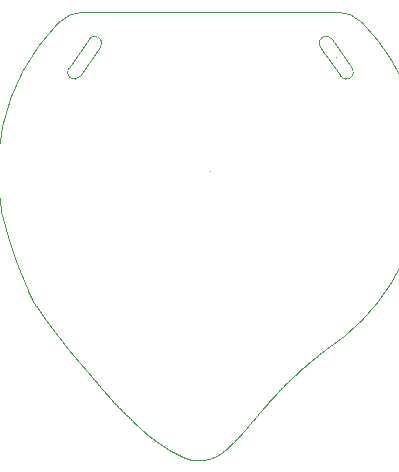
<source format=gbr>
%TF.GenerationSoftware,KiCad,Pcbnew,9.0.6*%
%TF.CreationDate,2025-11-20T15:49:29+01:00*%
%TF.ProjectId,N57__ldruckanzeige_Sensor,4e35375f-d66c-4647-9275-636b616e7a65,rev?*%
%TF.SameCoordinates,Original*%
%TF.FileFunction,Profile,NP*%
%FSLAX46Y46*%
G04 Gerber Fmt 4.6, Leading zero omitted, Abs format (unit mm)*
G04 Created by KiCad (PCBNEW 9.0.6) date 2025-11-20 15:49:29*
%MOMM*%
%LPD*%
G01*
G04 APERTURE LIST*
%ADD10C,0.100000*%
%TA.AperFunction,Profile*%
%ADD11C,0.100000*%
%TD*%
%TA.AperFunction,Profile*%
%ADD12C,0.010050*%
%TD*%
G04 APERTURE END LIST*
D10*
X104363207Y-120209906D02*
X104395298Y-120171933D01*
X104427026Y-120134421D01*
X104456826Y-120099221D01*
X104486317Y-120064418D01*
X104514232Y-120031506D01*
X104541879Y-119998942D01*
X104568211Y-119967959D01*
X104594309Y-119937282D01*
X104619289Y-119907951D01*
X104644064Y-119878893D01*
X104667877Y-119850994D01*
X104691508Y-119823340D01*
X104714302Y-119796696D01*
X104736935Y-119770272D01*
X104758834Y-119744736D01*
X104780589Y-119719400D01*
X104801695Y-119694849D01*
X104822674Y-119670478D01*
X104843077Y-119646808D01*
X104863365Y-119623301D01*
X104883140Y-119600420D01*
X104902812Y-119577689D01*
X104922024Y-119555520D01*
X104941145Y-119533488D01*
X104959854Y-119511961D01*
X104978481Y-119490559D01*
X104996737Y-119469614D01*
X105014920Y-119448784D01*
X105032769Y-119428366D01*
X105050554Y-119408053D01*
X105068039Y-119388113D01*
X105085466Y-119368269D01*
X105102623Y-119348764D01*
X105119730Y-119329346D01*
X105136594Y-119310235D01*
X105153414Y-119291203D01*
X105170016Y-119272448D01*
X105186581Y-119253766D01*
X105202950Y-119235335D01*
X105219289Y-119216968D01*
X105235453Y-119198829D01*
X105251591Y-119180748D01*
X105267575Y-119162871D01*
X105283538Y-119145046D01*
X105299365Y-119127404D01*
X105315178Y-119109808D01*
X105330871Y-119092375D01*
X105346554Y-119074983D01*
X105362134Y-119057735D01*
X105377710Y-119040522D01*
X105393198Y-119023436D01*
X105408686Y-119006381D01*
X105424101Y-118989434D01*
X105439520Y-118972513D01*
X105454882Y-118955686D01*
X105470252Y-118938878D01*
X105485578Y-118922149D01*
X105500917Y-118905435D01*
X105516225Y-118888785D01*
X105531550Y-118872145D01*
X105546859Y-118855554D01*
X105562188Y-118838968D01*
X105577513Y-118822418D01*
X105592864Y-118805869D01*
X105608223Y-118789340D01*
X105623612Y-118772809D01*
X105639022Y-118756285D01*
X105654466Y-118739753D01*
X105669944Y-118723214D01*
X105685460Y-118706664D01*
X105716628Y-118673507D01*
X105748004Y-118640245D01*
X105779623Y-118606843D01*
X105811520Y-118573263D01*
X105843732Y-118539469D01*
X105876294Y-118505422D01*
X105909246Y-118471085D01*
X105942627Y-118436416D01*
X105976477Y-118401375D01*
X106010839Y-118365920D01*
X106045758Y-118330005D01*
X106081280Y-118293585D01*
X106117454Y-118256610D01*
X106154333Y-118219031D01*
X106191971Y-118180792D01*
X106230426Y-118141836D01*
X106269762Y-118102103D01*
X106310045Y-118061527D01*
X106351347Y-118020038D01*
X106393746Y-117977561D01*
X106437325Y-117934014D01*
X106482176Y-117889310D01*
X106528399Y-117843352D01*
X106576102Y-117796035D01*
X106625405Y-117747243D01*
X106663207Y-117709906D01*
D11*
X109307659Y-89478196D02*
X111028390Y-91935653D01*
D12*
X110664541Y-90362779D02*
G75*
G02*
X110654491Y-90362779I-5025J0D01*
G01*
X110654491Y-90362779D02*
G75*
G02*
X110664541Y-90362779I5025J0D01*
G01*
D11*
X110712140Y-86500000D02*
G75*
G02*
X112854549Y-87400021I-40J-3000000D01*
G01*
X100375144Y-124170320D02*
X101072425Y-123714368D01*
X83042224Y-106036043D02*
X83575433Y-107602047D01*
X85268984Y-111385414D02*
X84934076Y-110845814D01*
X112854572Y-87399999D02*
G75*
G02*
X109731372Y-115142669I-12854572J-12600001D01*
G01*
X86368414Y-112944340D02*
X85857505Y-112255010D01*
D10*
X92063207Y-119809906D02*
X92163747Y-119907638D01*
X92271829Y-120012805D01*
X92394530Y-120132294D01*
X92521059Y-120255574D01*
X92636068Y-120367631D01*
X92748587Y-120477206D01*
X92804136Y-120531264D01*
X92859332Y-120584941D01*
X92914263Y-120638319D01*
X92969019Y-120691477D01*
X93023689Y-120744496D01*
X93078363Y-120797456D01*
X93133131Y-120850437D01*
X93188081Y-120903519D01*
X93243303Y-120956782D01*
X93298887Y-121010308D01*
X93354921Y-121064174D01*
X93411497Y-121118463D01*
X93468702Y-121173254D01*
X93526627Y-121228628D01*
X93555887Y-121256558D01*
X93585360Y-121284664D01*
X93615058Y-121312955D01*
X93644992Y-121341442D01*
X93675173Y-121370135D01*
X93705612Y-121399044D01*
X93736320Y-121428178D01*
X93767309Y-121457549D01*
X93798589Y-121487165D01*
X93830173Y-121517037D01*
X93862070Y-121547174D01*
X93894292Y-121577588D01*
X93926851Y-121608288D01*
X93959758Y-121639283D01*
X93993023Y-121670585D01*
X94026658Y-121702202D01*
X94060675Y-121734145D01*
X94095083Y-121766425D01*
X94129896Y-121799050D01*
X94165122Y-121832032D01*
X94200775Y-121865380D01*
X94236865Y-121899103D01*
X94273403Y-121933213D01*
X94310400Y-121967719D01*
X94347868Y-122002632D01*
X94385818Y-122037960D01*
X94424260Y-122073715D01*
X94463207Y-122109906D01*
D11*
X109731372Y-115142669D02*
X109133758Y-115553750D01*
D10*
X90063207Y-117509906D02*
X90084060Y-117534599D01*
X90104956Y-117559313D01*
X90125873Y-117584020D01*
X90146860Y-117608779D01*
X90189129Y-117658552D01*
X90231975Y-117708880D01*
X90275618Y-117760021D01*
X90320288Y-117812241D01*
X90366235Y-117865830D01*
X90413727Y-117921100D01*
X90463068Y-117978397D01*
X90514596Y-118038111D01*
X90568703Y-118100691D01*
X90625844Y-118166658D01*
X90686563Y-118236634D01*
X90751517Y-118311367D01*
X90821520Y-118391788D01*
X90897604Y-118479073D01*
X90981121Y-118574765D01*
X91073902Y-118680949D01*
X91178554Y-118800600D01*
X91299038Y-118938232D01*
X91441976Y-119101396D01*
X91620277Y-119304811D01*
X91867739Y-119587019D01*
X91976246Y-119710747D01*
X92063207Y-119809906D01*
D11*
X90692339Y-89478198D02*
X88971610Y-91935653D01*
X112011375Y-91247365D02*
G75*
G02*
X111028422Y-91935631I-491475J-344135D01*
G01*
X89287858Y-86500000D02*
X110712140Y-86500000D01*
D10*
X101072425Y-123714368D02*
X101081724Y-123707585D01*
X101091023Y-123700777D01*
X101100125Y-123694088D01*
X101109230Y-123687372D01*
X101118164Y-123680757D01*
X101127103Y-123674112D01*
X101135893Y-123667554D01*
X101144690Y-123660964D01*
X101153357Y-123654447D01*
X101162034Y-123647896D01*
X101170596Y-123641407D01*
X101179171Y-123634883D01*
X101187647Y-123628410D01*
X101196136Y-123621900D01*
X101204539Y-123615431D01*
X101212958Y-123608924D01*
X101221301Y-123602450D01*
X101229663Y-123595937D01*
X101237959Y-123589448D01*
X101246276Y-123582919D01*
X101254537Y-123576407D01*
X101262819Y-123569853D01*
X101271055Y-123563309D01*
X101279314Y-123556722D01*
X101287534Y-123550140D01*
X101295779Y-123543512D01*
X101303993Y-123536883D01*
X101312233Y-123530208D01*
X101320449Y-123523525D01*
X101328693Y-123516794D01*
X101336920Y-123510052D01*
X101345176Y-123503259D01*
X101353421Y-123496449D01*
X101361696Y-123489588D01*
X101369967Y-123482705D01*
X101378270Y-123475769D01*
X101386573Y-123468806D01*
X101394910Y-123461789D01*
X101403254Y-123454740D01*
X101411632Y-123447635D01*
X101420023Y-123440494D01*
X101428449Y-123433295D01*
X101436893Y-123426056D01*
X101445374Y-123418757D01*
X101453878Y-123411414D01*
X101462420Y-123404009D01*
X101470990Y-123396555D01*
X101479600Y-123389039D01*
X101488242Y-123381468D01*
X101496927Y-123373834D01*
X101505648Y-123366141D01*
X101514413Y-123358382D01*
X101523219Y-123350560D01*
X101532070Y-123342671D01*
X101540967Y-123334714D01*
X101549912Y-123326689D01*
X101558906Y-123318591D01*
X101567950Y-123310422D01*
X101577048Y-123302176D01*
X101586197Y-123293858D01*
X101595405Y-123285459D01*
X101604665Y-123276984D01*
X101613990Y-123268425D01*
X101623368Y-123259788D01*
X101632815Y-123251061D01*
X101642318Y-123242255D01*
X101661527Y-123224372D01*
X101681010Y-123206125D01*
X101700778Y-123187499D01*
X101720846Y-123168481D01*
X101741227Y-123149055D01*
X101761935Y-123129206D01*
X101782985Y-123108918D01*
X101804390Y-123088176D01*
X101826167Y-123066962D01*
X101848329Y-123045259D01*
X101870893Y-123023051D01*
X101893875Y-123000318D01*
X101917291Y-122977043D01*
X101941158Y-122953205D01*
X101965494Y-122928787D01*
X101990316Y-122903766D01*
X102015643Y-122878121D01*
X102041493Y-122851832D01*
X102067888Y-122824876D01*
X102094846Y-122797228D01*
X102122388Y-122768866D01*
X102150538Y-122739763D01*
X102179315Y-122709895D01*
X102208745Y-122679234D01*
X102238851Y-122647753D01*
X102269657Y-122615423D01*
X102301190Y-122582213D01*
X102333476Y-122548094D01*
X102366543Y-122513032D01*
X102400420Y-122476994D01*
X102435136Y-122439946D01*
X102463207Y-122409906D01*
D11*
X88971609Y-91935652D02*
G75*
G02*
X87988596Y-91247340I-491509J344152D01*
G01*
D10*
X84524523Y-110042230D02*
X84534937Y-110064390D01*
X84545602Y-110086900D01*
X84556535Y-110109788D01*
X84567752Y-110133089D01*
X84579275Y-110156842D01*
X84591127Y-110181093D01*
X84603337Y-110205897D01*
X84615938Y-110231318D01*
X84628973Y-110257434D01*
X84642490Y-110284342D01*
X84656554Y-110312163D01*
X84671245Y-110341053D01*
X84686673Y-110371219D01*
X84702987Y-110402946D01*
X84720403Y-110436648D01*
X84739259Y-110472969D01*
X84760133Y-110513015D01*
X84784202Y-110559031D01*
X84814760Y-110617308D01*
X84822962Y-110632938D01*
X84851024Y-110686430D01*
X84864999Y-110713102D01*
X84878928Y-110739728D01*
X84892807Y-110766310D01*
X84906628Y-110792851D01*
X84920386Y-110819351D01*
X84934076Y-110845814D01*
D11*
X112011375Y-91247365D02*
X110290642Y-88789904D01*
X83867028Y-108416452D02*
X84267618Y-109469839D01*
D10*
X102463207Y-122409906D02*
X102492981Y-122376290D01*
X102522369Y-122343082D01*
X102551380Y-122310267D01*
X102580030Y-122277833D01*
X102608367Y-122245722D01*
X102636365Y-122213966D01*
X102664115Y-122182461D01*
X102691548Y-122151285D01*
X102745756Y-122089593D01*
X102799166Y-122028688D01*
X102851966Y-121968360D01*
X102904352Y-121908385D01*
X102956535Y-121848522D01*
X103008748Y-121788506D01*
X103061251Y-121728035D01*
X103114345Y-121666765D01*
X103168386Y-121604281D01*
X103223811Y-121540078D01*
X103281176Y-121473507D01*
X103341220Y-121403707D01*
X103404983Y-121329465D01*
X103474034Y-121248947D01*
X103551003Y-121159080D01*
X103641053Y-121053825D01*
X103757948Y-120917086D01*
X103802824Y-120864577D01*
X103930826Y-120714820D01*
X103997432Y-120636924D01*
X104065996Y-120556772D01*
X104136689Y-120474178D01*
X104209676Y-120388959D01*
X104285126Y-120300929D01*
X104363207Y-120209906D01*
D11*
X89709356Y-88789906D02*
G75*
G02*
X90692320Y-89478185I491444J-344194D01*
G01*
D12*
X100005025Y-100000000D02*
G75*
G02*
X99994975Y-100000000I-5025J0D01*
G01*
X99994975Y-100000000D02*
G75*
G02*
X100005025Y-100000000I5025J0D01*
G01*
D11*
X109307659Y-89478196D02*
G75*
G02*
X110290661Y-88789890I491541J344096D01*
G01*
D10*
X99268583Y-124440315D02*
X99277073Y-124439617D01*
X99285558Y-124438899D01*
X99294038Y-124438162D01*
X99302514Y-124437405D01*
X99310985Y-124436628D01*
X99319451Y-124435832D01*
X99327913Y-124435016D01*
X99336370Y-124434180D01*
X99344822Y-124433325D01*
X99353270Y-124432450D01*
X99361714Y-124431556D01*
X99370153Y-124430642D01*
X99378587Y-124429708D01*
X99387017Y-124428754D01*
X99395443Y-124427781D01*
X99403864Y-124426789D01*
X99412281Y-124425776D01*
X99420694Y-124424744D01*
X99429103Y-124423693D01*
X99437507Y-124422621D01*
X99445907Y-124421531D01*
X99454303Y-124420420D01*
X99462695Y-124419290D01*
X99471083Y-124418140D01*
X99479467Y-124416971D01*
X99487847Y-124415782D01*
X99496222Y-124414573D01*
X99504594Y-124413345D01*
X99512962Y-124412097D01*
X99521326Y-124410830D01*
X99538043Y-124408236D01*
X99554744Y-124405563D01*
X99571431Y-124402812D01*
X99588103Y-124399982D01*
X99604760Y-124397073D01*
X99621403Y-124394086D01*
X99638033Y-124391020D01*
X99654649Y-124387875D01*
X99671252Y-124384651D01*
X99687841Y-124381348D01*
X99704418Y-124377967D01*
X99720982Y-124374506D01*
X99737533Y-124370966D01*
X99754073Y-124367347D01*
X99770601Y-124363648D01*
X99787117Y-124359870D01*
X99803621Y-124356013D01*
X99820115Y-124352076D01*
X99836598Y-124348060D01*
X99853070Y-124343964D01*
X99869532Y-124339787D01*
X99885984Y-124335531D01*
X99902426Y-124331195D01*
X99918858Y-124326779D01*
X99935281Y-124322282D01*
X99951694Y-124317705D01*
X99968099Y-124313047D01*
X99984495Y-124308309D01*
X100000883Y-124303490D01*
X100017262Y-124298590D01*
X100033634Y-124293608D01*
X100049997Y-124288546D01*
X100066354Y-124283402D01*
X100082703Y-124278176D01*
X100099045Y-124272869D01*
X100115380Y-124267480D01*
X100131709Y-124262008D01*
X100148031Y-124256455D01*
X100164347Y-124250819D01*
X100180658Y-124245100D01*
X100196963Y-124239299D01*
X100213262Y-124233414D01*
X100229556Y-124227447D01*
X100245846Y-124221395D01*
X100262130Y-124215261D01*
X100278411Y-124209042D01*
X100294686Y-124202740D01*
X100310958Y-124196353D01*
X100327226Y-124189882D01*
X100343491Y-124183326D01*
X100359752Y-124176685D01*
X100375144Y-124170320D01*
D11*
X87145429Y-87400000D02*
G75*
G02*
X89287858Y-86499970I2142471J-2100000D01*
G01*
D10*
X94463207Y-122109906D02*
X94479809Y-122123571D01*
X94496411Y-122137208D01*
X94512307Y-122150239D01*
X94528214Y-122163253D01*
X94543551Y-122175773D01*
X94558906Y-122188282D01*
X94573793Y-122200383D01*
X94588707Y-122212479D01*
X94603230Y-122224233D01*
X94617787Y-122235987D01*
X94632016Y-122247450D01*
X94646285Y-122258919D01*
X94660277Y-122270140D01*
X94674314Y-122281370D01*
X94688116Y-122292388D01*
X94701969Y-122303418D01*
X94715623Y-122314266D01*
X94729332Y-122325130D01*
X94742874Y-122335837D01*
X94756474Y-122346563D01*
X94769935Y-122357155D01*
X94783457Y-122367768D01*
X94796865Y-122378266D01*
X94810338Y-122388790D01*
X94823718Y-122399215D01*
X94837167Y-122409668D01*
X94850542Y-122420038D01*
X94863990Y-122430439D01*
X94877382Y-122440771D01*
X94890849Y-122451136D01*
X94904277Y-122461446D01*
X94917784Y-122471790D01*
X94931267Y-122482091D01*
X94944833Y-122492429D01*
X94958388Y-122502734D01*
X94972029Y-122513079D01*
X94985673Y-122523401D01*
X94999406Y-122533766D01*
X95013156Y-122544117D01*
X95026997Y-122554513D01*
X95040867Y-122564904D01*
X95054833Y-122575342D01*
X95068838Y-122585785D01*
X95082943Y-122596277D01*
X95097099Y-122606781D01*
X95111357Y-122617337D01*
X95125677Y-122627913D01*
X95140104Y-122638543D01*
X95154603Y-122649202D01*
X95169212Y-122659916D01*
X95183904Y-122670666D01*
X95198709Y-122681474D01*
X95213608Y-122692326D01*
X95228624Y-122703238D01*
X95243743Y-122714200D01*
X95258983Y-122725226D01*
X95274337Y-122736309D01*
X95289816Y-122747457D01*
X95305419Y-122758669D01*
X95321150Y-122769950D01*
X95337016Y-122781302D01*
X95353014Y-122792724D01*
X95369157Y-122804224D01*
X95385436Y-122815798D01*
X95401870Y-122827457D01*
X95418446Y-122839191D01*
X95435186Y-122851017D01*
X95452072Y-122862922D01*
X95469133Y-122874926D01*
X95486344Y-122887011D01*
X95521294Y-122911477D01*
X95556951Y-122936340D01*
X95593348Y-122961621D01*
X95630517Y-122987341D01*
X95668492Y-123013519D01*
X95707306Y-123040179D01*
X95746995Y-123067341D01*
X95787595Y-123095029D01*
X95829142Y-123123266D01*
X95871676Y-123152076D01*
X95915235Y-123181483D01*
X95959861Y-123211513D01*
X96005595Y-123242192D01*
X96052480Y-123273546D01*
X96100562Y-123305604D01*
X96149887Y-123338393D01*
X96200504Y-123371945D01*
X96252462Y-123406288D01*
X96305813Y-123441456D01*
X96360610Y-123477481D01*
X96416911Y-123514398D01*
X96474771Y-123552241D01*
X96534252Y-123591049D01*
X96563207Y-123609906D01*
D11*
X99268583Y-124440315D02*
X98493793Y-124442512D01*
D10*
X85268984Y-111385414D02*
X85289396Y-111417205D01*
X85310049Y-111449223D01*
X85330947Y-111481472D01*
X85352096Y-111513962D01*
X85373501Y-111546700D01*
X85395170Y-111579694D01*
X85417107Y-111612950D01*
X85439319Y-111646479D01*
X85461813Y-111680288D01*
X85484595Y-111714386D01*
X85507673Y-111748781D01*
X85531053Y-111783484D01*
X85554743Y-111818503D01*
X85578750Y-111853849D01*
X85603082Y-111889531D01*
X85627748Y-111925560D01*
X85652756Y-111961948D01*
X85678115Y-111998704D01*
X85703833Y-112035840D01*
X85729921Y-112073370D01*
X85756388Y-112111304D01*
X85783244Y-112149657D01*
X85810499Y-112188440D01*
X85838166Y-112227669D01*
X85857505Y-112255010D01*
D11*
X83867028Y-108416452D02*
X83575433Y-107602047D01*
X87975187Y-115005220D02*
X90063207Y-117513018D01*
X87988627Y-91247362D02*
X89709356Y-88789906D01*
X84524523Y-110042230D02*
X84267618Y-109469839D01*
X86368414Y-112944340D02*
X87975187Y-115005220D01*
D10*
X106663207Y-117709906D02*
X106695747Y-117679412D01*
X106727998Y-117649216D01*
X106759715Y-117619548D01*
X106791152Y-117590168D01*
X106822078Y-117561294D01*
X106852733Y-117532700D01*
X106882900Y-117504589D01*
X106912805Y-117476749D01*
X106942242Y-117449372D01*
X106971427Y-117422258D01*
X107000162Y-117395587D01*
X107028655Y-117369170D01*
X107056717Y-117343179D01*
X107084544Y-117317433D01*
X107111959Y-117292095D01*
X107139147Y-117266995D01*
X107165941Y-117242286D01*
X107192516Y-117217806D01*
X107218713Y-117193701D01*
X107244697Y-117169819D01*
X107270321Y-117146295D01*
X107295740Y-117122987D01*
X107320813Y-117100023D01*
X107345688Y-117077267D01*
X107370233Y-117054841D01*
X107394586Y-117032617D01*
X107418624Y-117010708D01*
X107442477Y-116988995D01*
X107466028Y-116967583D01*
X107489399Y-116946361D01*
X107512484Y-116925427D01*
X107535395Y-116904678D01*
X107558031Y-116884203D01*
X107580500Y-116863908D01*
X107602708Y-116843875D01*
X107624754Y-116824015D01*
X107646551Y-116804406D01*
X107668191Y-116784966D01*
X107689595Y-116765764D01*
X107710847Y-116746725D01*
X107731875Y-116727914D01*
X107752756Y-116709261D01*
X107773425Y-116690825D01*
X107793952Y-116672542D01*
X107814277Y-116654466D01*
X107834465Y-116636537D01*
X107854463Y-116618805D01*
X107874329Y-116601216D01*
X107894015Y-116583813D01*
X107913574Y-116566550D01*
X107932964Y-116549462D01*
X107952230Y-116532510D01*
X107971338Y-116515723D01*
X107990328Y-116499067D01*
X108009169Y-116482568D01*
X108027896Y-116466195D01*
X108046485Y-116449970D01*
X108064963Y-116433867D01*
X108083314Y-116417902D01*
X108101558Y-116402056D01*
X108119686Y-116386339D01*
X108137710Y-116370737D01*
X108155627Y-116355254D01*
X108173445Y-116339883D01*
X108191166Y-116324621D01*
X108208792Y-116309469D01*
X108226332Y-116294417D01*
X108243779Y-116279470D01*
X108261150Y-116264615D01*
X108278433Y-116249861D01*
X108295650Y-116235190D01*
X108312783Y-116220617D01*
X108329860Y-116206117D01*
X108346855Y-116191713D01*
X108363806Y-116177373D01*
X108380679Y-116163124D01*
X108414283Y-116134825D01*
X108447697Y-116106791D01*
X108480949Y-116078995D01*
X108514071Y-116051413D01*
X108547094Y-116024015D01*
X108580051Y-115996776D01*
X108612975Y-115969667D01*
X108645903Y-115942658D01*
X108678871Y-115915719D01*
X108711920Y-115888816D01*
X108745090Y-115861916D01*
X108778429Y-115834983D01*
X108811983Y-115807977D01*
X108845807Y-115780856D01*
X108879958Y-115753575D01*
X108914500Y-115726082D01*
X108949505Y-115698322D01*
X108985053Y-115670233D01*
X109021235Y-115641744D01*
X109058155Y-115612775D01*
X109095935Y-115583231D01*
X109133758Y-115553750D01*
X96563207Y-123609906D02*
X96585745Y-123622088D01*
X96608094Y-123634145D01*
X96630114Y-123646002D01*
X96651950Y-123657736D01*
X96673467Y-123669277D01*
X96694805Y-123680699D01*
X96715833Y-123691933D01*
X96736687Y-123703050D01*
X96757241Y-123713986D01*
X96777625Y-123724807D01*
X96797718Y-123735452D01*
X96817644Y-123745987D01*
X96837290Y-123756349D01*
X96856773Y-123766604D01*
X96875983Y-123776692D01*
X96895035Y-123786675D01*
X96913822Y-123796497D01*
X96932456Y-123806215D01*
X96950832Y-123815777D01*
X96969059Y-123825238D01*
X96987037Y-123834548D01*
X97004868Y-123843759D01*
X97022458Y-123852824D01*
X97039906Y-123861792D01*
X97057119Y-123870617D01*
X97074194Y-123879349D01*
X97091041Y-123887942D01*
X97107754Y-123896444D01*
X97124246Y-123904812D01*
X97140606Y-123913090D01*
X97156754Y-123921238D01*
X97172772Y-123929298D01*
X97188584Y-123937232D01*
X97204270Y-123945081D01*
X97219757Y-123952807D01*
X97235121Y-123960450D01*
X97250291Y-123967975D01*
X97265342Y-123975417D01*
X97280205Y-123982745D01*
X97294951Y-123989993D01*
X97309516Y-123997129D01*
X97323967Y-124004187D01*
X97338243Y-124011138D01*
X97352407Y-124018012D01*
X97366402Y-124024781D01*
X97380288Y-124031476D01*
X97394009Y-124038069D01*
X97407626Y-124044589D01*
X97421082Y-124051011D01*
X97434437Y-124057362D01*
X97447636Y-124063617D01*
X97460736Y-124069803D01*
X97473687Y-124075896D01*
X97486540Y-124081922D01*
X97499249Y-124087857D01*
X97511863Y-124093726D01*
X97524337Y-124099509D01*
X97536719Y-124105226D01*
X97548966Y-124110859D01*
X97561123Y-124116429D01*
X97573150Y-124121917D01*
X97585089Y-124127343D01*
X97596902Y-124132690D01*
X97608630Y-124137976D01*
X97620237Y-124143186D01*
X97631760Y-124148337D01*
X97643166Y-124153414D01*
X97654492Y-124158432D01*
X97665705Y-124163379D01*
X97676838Y-124168269D01*
X97687864Y-124173090D01*
X97698812Y-124177855D01*
X97709656Y-124182553D01*
X97720425Y-124187197D01*
X97731095Y-124191776D01*
X97741690Y-124196302D01*
X97752191Y-124200766D01*
X97762619Y-124205177D01*
X97772956Y-124209528D01*
X97783223Y-124213827D01*
X97793403Y-124218069D01*
X97803515Y-124222260D01*
X97813543Y-124226396D01*
X97823504Y-124230482D01*
X97833386Y-124234514D01*
X97843204Y-124238498D01*
X97852945Y-124242430D01*
X97862624Y-124246315D01*
X97872230Y-124250150D01*
X97881775Y-124253938D01*
X97891253Y-124257678D01*
X97900670Y-124261373D01*
X97910023Y-124265022D01*
X97919317Y-124268626D01*
X97928552Y-124272186D01*
X97937729Y-124275702D01*
X97946850Y-124279175D01*
X97955916Y-124282606D01*
X97964929Y-124285996D01*
X97973888Y-124289344D01*
X97982798Y-124292652D01*
X97991656Y-124295920D01*
X98000469Y-124299150D01*
X98009231Y-124302340D01*
X98017952Y-124305494D01*
X98026623Y-124308609D01*
X98035257Y-124311689D01*
X98043843Y-124314731D01*
X98052395Y-124317741D01*
X98060901Y-124320712D01*
X98069378Y-124323653D01*
X98077810Y-124326556D01*
X98086216Y-124329430D01*
X98094579Y-124332268D01*
X98111219Y-124337852D01*
X98127744Y-124343313D01*
X98144163Y-124348656D01*
X98160489Y-124353885D01*
X98176734Y-124359005D01*
X98192911Y-124364020D01*
X98209034Y-124368936D01*
X98225115Y-124373755D01*
X98241171Y-124378484D01*
X98257215Y-124383128D01*
X98273264Y-124387690D01*
X98289336Y-124392176D01*
X98305449Y-124396591D01*
X98321623Y-124400941D01*
X98337879Y-124405230D01*
X98354243Y-124409467D01*
X98370739Y-124413655D01*
X98387398Y-124417804D01*
X98404252Y-124421919D01*
X98421338Y-124426010D01*
X98438700Y-124430086D01*
X98456387Y-124434156D01*
X98474458Y-124438235D01*
X98492984Y-124442335D01*
X98493793Y-124442512D01*
D11*
X83042224Y-106036043D02*
G75*
G02*
X87145429Y-87400000I16957776J6036043D01*
G01*
M02*

</source>
